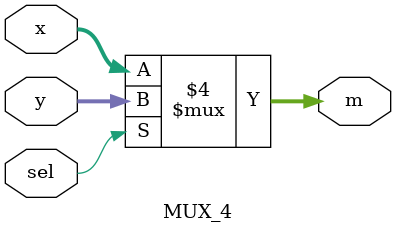
<source format=v>
module MUX_4 (
  input  wire[3:0] x,
  input  wire[3:0] y,
  input  wire sel,
  output reg [3:0] m
);
  always @ (*) begin
    m = 0;
    if (sel == 0) begin
      m = x;
    end
    else begin
      m = y;
    end
end
endmodule
</source>
